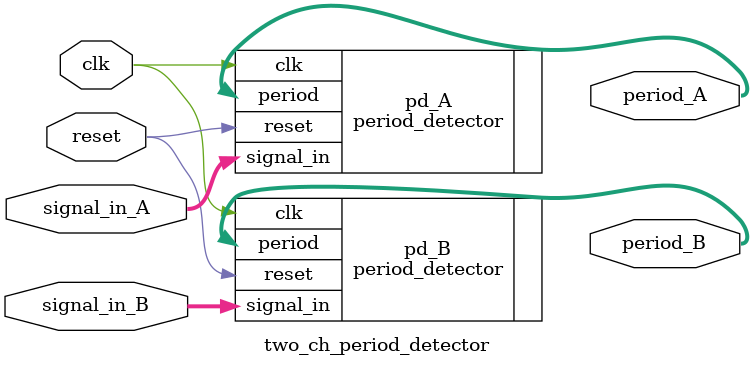
<source format=v>
module two_ch_period_detector (

	input wire clk,
   input wire reset,
   input wire [13:0] signal_in_A,
	input wire [13:0] signal_in_B,
   
	output wire [31:0] period_A,
	output wire [31:0] period_B
	
	);
	
	period_detector pd_A (
    .clk(clk),                                 // GANTI
    .reset(reset),                             // GANTI
    .signal_in(signal_in_A),
    .period(period_A)
);

period_detector pd_B (
    .clk(clk),
    .reset(reset),
    .signal_in(signal_in_B),
    .period(period_B)
);

		
endmodule
</source>
